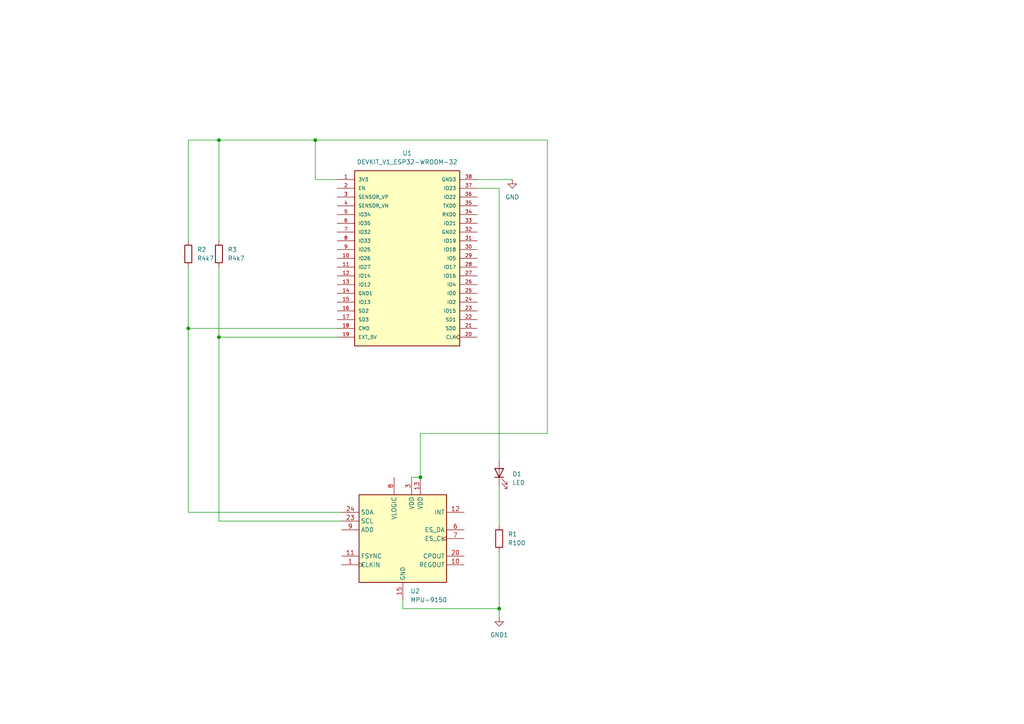
<source format=kicad_sch>
(kicad_sch (version 20230121) (generator eeschema)
  (paper "A4")
  (lib_symbols
    (symbol "DEVKIT_V1_ESP32-WROOM-32:DEVKIT_V1_ESP32-WROOM-32" (pin_names (offset 1.016))
      (property "Reference" "U" (at -15.2572 26.0643 0))
      (property "Value" "DEVKIT_V1_ESP32-WROOM-32" (at -15.2563 -27.9698 0))
      (symbol "DEVKIT_V1_ESP32-WROOM-32_0_0"
        (rectangle (start -15.24 -25.4) (end 15.24 25.4) (stroke (width 0.254)) (fill (type background)))
        (pin power_in line (at -20.32 22.86 0) (length 5.08) (name "3V3") (number "1"))
        (pin bidirectional line (at -20.32 0 0) (length 5.08) (name "IO26") (number "10"))
        (pin bidirectional line (at -20.32 -2.54 0) (length 5.08) (name "IO27") (number "11"))
        (pin bidirectional line (at -20.32 -5.08 0) (length 5.08) (name "IO14") (number "12"))
        (pin bidirectional line (at -20.32 -7.62 0) (length 5.08) (name "IO12") (number "13"))
        (pin power_in line (at -20.32 -10.16 0) (length 5.08) (name "GND1") (number "14"))
        (pin bidirectional line (at -20.32 -12.7 0) (length 5.08) (name "IO13") (number "15"))
        (pin bidirectional line (at -20.32 -15.24 0) (length 5.08) (name "SD2") (number "16"))
        (pin bidirectional line (at -20.32 -17.78 0) (length 5.08) (name "SD3") (number "17"))
        (pin bidirectional line (at -20.32 -20.32 0) (length 5.08) (name "CMD") (number "18"))
        (pin power_in line (at -20.32 -22.86 0) (length 5.08) (name "EXT_5V") (number "19"))
        (pin input line (at -20.32 20.32 0) (length 5.08) (name "EN") (number "2"))
        (pin input clock (at 20.32 -22.86 180) (length 5.08) (name "CLK") (number "20"))
        (pin bidirectional line (at 20.32 -20.32 180) (length 5.08) (name "SD0") (number "21"))
        (pin bidirectional line (at 20.32 -17.78 180) (length 5.08) (name "SD1") (number "22"))
        (pin bidirectional line (at 20.32 -15.24 180) (length 5.08) (name "IO15") (number "23"))
        (pin bidirectional line (at 20.32 -12.7 180) (length 5.08) (name "IO2") (number "24"))
        (pin bidirectional line (at 20.32 -10.16 180) (length 5.08) (name "IO0") (number "25"))
        (pin bidirectional line (at 20.32 -7.62 180) (length 5.08) (name "IO4") (number "26"))
        (pin bidirectional line (at 20.32 -5.08 180) (length 5.08) (name "IO16") (number "27"))
        (pin bidirectional line (at 20.32 -2.54 180) (length 5.08) (name "IO17") (number "28"))
        (pin bidirectional line (at 20.32 0 180) (length 5.08) (name "IO5") (number "29"))
        (pin input line (at -20.32 17.78 0) (length 5.08) (name "SENSOR_VP") (number "3"))
        (pin bidirectional line (at 20.32 2.54 180) (length 5.08) (name "IO18") (number "30"))
        (pin bidirectional line (at 20.32 5.08 180) (length 5.08) (name "IO19") (number "31"))
        (pin power_in line (at 20.32 7.62 180) (length 5.08) (name "GND2") (number "32"))
        (pin bidirectional line (at 20.32 10.16 180) (length 5.08) (name "IO21") (number "33"))
        (pin input line (at 20.32 12.7 180) (length 5.08) (name "RXD0") (number "34"))
        (pin output line (at 20.32 15.24 180) (length 5.08) (name "TXD0") (number "35"))
        (pin bidirectional line (at 20.32 17.78 180) (length 5.08) (name "IO22") (number "36"))
        (pin bidirectional line (at 20.32 20.32 180) (length 5.08) (name "IO23") (number "37"))
        (pin power_in line (at 20.32 22.86 180) (length 5.08) (name "GND3") (number "38"))
        (pin input line (at -20.32 15.24 0) (length 5.08) (name "SENSOR_VN") (number "4"))
        (pin bidirectional line (at -20.32 12.7 0) (length 5.08) (name "IO34") (number "5"))
        (pin bidirectional line (at -20.32 10.16 0) (length 5.08) (name "IO35") (number "6"))
        (pin bidirectional line (at -20.32 7.62 0) (length 5.08) (name "IO32") (number "7"))
        (pin bidirectional line (at -20.32 5.08 0) (length 5.08) (name "IO33") (number "8"))
        (pin bidirectional line (at -20.32 2.54 0) (length 5.08) (name "IO25") (number "9"))
      )
    )
    (symbol "Device:LED" (pin_numbers hide) (pin_names (offset 1.016) hide)
      (property "Reference" "D" (at 0 2.54 0))
      (property "Value" "LED" (at 0 -2.54 0))
      (symbol "LED_0_1"
        (polyline (pts (xy -1.27 -1.27) (xy -1.27 1.27)) (stroke (width 0.254)))
        (polyline (pts (xy -1.27 0) (xy 1.27 0)))
        (polyline (pts (xy 1.27 -1.27) (xy 1.27 1.27) (xy -1.27 0) (xy 1.27 -1.27)) (stroke (width 0.254)))
        (polyline (pts (xy -3.048 -0.762) (xy -4.572 -2.286) (xy -3.81 -2.286) (xy -4.572 -2.286) (xy -4.572 -1.524)))
        (polyline (pts (xy -1.778 -0.762) (xy -3.302 -2.286) (xy -2.54 -2.286) (xy -3.302 -2.286) (xy -3.302 -1.524)))
      )
      (symbol "LED_1_1"
        (pin passive line (at -3.81 0 0) (length 2.54) (name "K") (number "1"))
        (pin passive line (at 3.81 0 180) (length 2.54) (name "A") (number "2"))
      )
    )
    (symbol "Device:R" (pin_numbers hide) (pin_names (offset 0))
      (property "Reference" "R" (at 2.032 0 90))
      (property "Value" "R" (at 0 0 90))
      (symbol "R_0_1"
        (rectangle (start -1.016 -2.54) (end 1.016 2.54) (stroke (width 0.254)))
      )
      (symbol "R_1_1"
        (pin passive line (at 0 3.81 270) (length 1.27) (name "~") (number "1"))
        (pin passive line (at 0 -3.81 90) (length 1.27) (name "~") (number "2"))
      )
    )
    (symbol "Sensor_Motion:MPU-9150"
      (property "Reference" "U" (at -11.43 13.97 0))
      (property "Value" "MPU-9150" (at 8.89 -13.97 0))
      (symbol "MPU-9150_0_1"
        (rectangle (start -12.7 12.7) (end 12.7 -12.7) (stroke (width 0.254)) (fill (type background)))
      )
      (symbol "MPU-9150_1_1"
        (pin input clock (at -17.78 -7.62 0) (length 5.08) (name "CLKIN") (number "1"))
        (pin passive line (at 17.78 -7.62 180) (length 5.08) (name "REGOUT") (number "10"))
        (pin input line (at -17.78 -5.08 0) (length 5.08) (name "FSYNC") (number "11"))
        (pin output line (at 17.78 7.62 180) (length 5.08) (name "INT") (number "12"))
        (pin power_in line (at 5.08 17.78 270) (length 5.08) (name "VDD") (number "13"))
        (pin power_in line (at 0 -17.78 90) (length 5.08) (name "GND") (number "15"))
        (pin passive line (at 0 -17.78 90) (length 5.08) hide (name "GND") (number "17"))
        (pin passive line (at 0 -17.78 90) (length 5.08) hide (name "GND") (number "18"))
        (pin passive line (at 17.78 -5.08 180) (length 5.08) (name "CPOUT") (number "20"))
        (pin input line (at -17.78 5.08 0) (length 5.08) (name "SCL") (number "23"))
        (pin bidirectional line (at -17.78 7.62 0) (length 5.08) (name "SDA") (number "24"))
        (pin power_in line (at 2.54 17.78 270) (length 5.08) (name "VDD") (number "3"))
        (pin bidirectional line (at 17.78 2.54 180) (length 5.08) (name "ES_DA") (number "6"))
        (pin output clock (at 17.78 0 180) (length 5.08) (name "ES_CL") (number "7"))
        (pin power_in line (at -2.54 17.78 270) (length 5.08) (name "VLOGIC") (number "8"))
        (pin input line (at -17.78 2.54 0) (length 5.08) (name "AD0") (number "9"))
      )
    )
    (symbol "power:GND" (power) (pin_names (offset 0))
      (property "Value" "GND" (at 0 -3.81 0))
      (symbol "GND_0_1"
        (polyline (pts (xy 0 0) (xy 0 -1.27) (xy 1.27 -1.27) (xy 0 -2.54) (xy -1.27 -1.27) (xy 0 -1.27)))
      )
      (symbol "GND_1_1"
        (pin power_in line (at 0 0 270) (length 0) hide (name "GND") (number "1"))
      )
    )
    (symbol "power:GND1" (power) (pin_names (offset 0))
      (property "Value" "GND1" (at 0 -3.81 0))
      (symbol "GND1_0_1"
        (polyline (pts (xy 0 0) (xy 0 -1.27) (xy 1.27 -1.27) (xy 0 -2.54) (xy -1.27 -1.27) (xy 0 -1.27)))
      )
      (symbol "GND1_1_1"
        (pin power_in line (at 0 0 270) (length 0) hide (name "GND1") (number "1"))
      )
    )
  )
  (junction (at 121.92 138.43))
  (junction (at 91.44 40.64))
  (junction (at 63.5 40.64))
  (junction (at 144.78 176.53))
  (junction (at 54.61 95.25))
  (junction (at 63.5 97.79))
  (wire (pts (xy 158.75 40.64) (xy 91.44 40.64)))
  (wire (pts (xy 144.78 54.61) (xy 144.78 133.35)))
  (wire (pts (xy 116.84 173.99) (xy 116.84 176.53)))
  (wire (pts (xy 54.61 148.59) (xy 99.06 148.59)))
  (wire (pts (xy 54.61 40.64) (xy 63.5 40.64)))
  (wire (pts (xy 91.44 40.64) (xy 91.44 52.07)))
  (wire (pts (xy 99.06 151.13) (xy 63.5 151.13)))
  (wire (pts (xy 63.5 151.13) (xy 63.5 97.79)))
  (wire (pts (xy 97.79 95.25) (xy 54.61 95.25)))
  (wire (pts (xy 63.5 69.85) (xy 63.5 40.64)))
  (wire (pts (xy 63.5 77.47) (xy 63.5 97.79)))
  (wire (pts (xy 54.61 77.47) (xy 54.61 95.25)))
  (wire (pts (xy 116.84 176.53) (xy 144.78 176.53)))
  (wire (pts (xy 144.78 176.53) (xy 144.78 179.07)))
  (wire (pts (xy 138.43 52.07) (xy 148.59 52.07)))
  (wire (pts (xy 63.5 97.79) (xy 97.79 97.79)))
  (wire (pts (xy 144.78 140.97) (xy 144.78 152.4)))
  (wire (pts (xy 91.44 52.07) (xy 97.79 52.07)))
  (wire (pts (xy 63.5 40.64) (xy 91.44 40.64)))
  (wire (pts (xy 121.92 138.43) (xy 121.92 125.73)))
  (wire (pts (xy 119.38 138.43) (xy 121.92 138.43)))
  (wire (pts (xy 138.43 54.61) (xy 144.78 54.61)))
  (wire (pts (xy 144.78 160.02) (xy 144.78 176.53)))
  (wire (pts (xy 54.61 95.25) (xy 54.61 148.59)))
  (wire (pts (xy 121.92 125.73) (xy 158.75 125.73)))
  (wire (pts (xy 158.75 125.73) (xy 158.75 40.64)))
  (wire (pts (xy 54.61 69.85) (xy 54.61 40.64)))
  (symbol (lib_id "DEVKIT_V1_ESP32-WROOM-32:DEVKIT_V1_ESP32-WROOM-32") (at 118.11 74.93 0) (unit 1)
    (property "Reference" "U1" (at 118.11 44.45 0))
    (property "Value" "DEVKIT_V1_ESP32-WROOM-32" (at 118.11 46.99 0))
    (property "Footprint" "DEVKIT_V1_ESP32-WROOM-32:MODULE_DEVKIT_V1_ESP32-WROOM-32" (effects hide))
    (property "MF" "Espressif Systems" (effects hide))
    (property "Description" "\nWROOM-32 Development Board ESP32 ESP-32S WiFi Bluetooth Dev Module\n" (effects hide))
    (property "Package" "Package" (effects hide))
    (property "Price" "None" (effects hide))
    (property "Check_prices" "https://www.snapeda.com/parts/DEVKIT%20V1%20ESP32-WROOM-32/Espressif+Systems/view-part/?ref=eda" (effects hide))
    (property "STANDARD" "Manufacturer Recommendations" (effects hide))
    (property "PARTREV" "N/A" (effects hide))
    (property "SnapEDA_Link" "https://www.snapeda.com/parts/DEVKIT%20V1%20ESP32-WROOM-32/Espressif+Systems/view-part/?ref=snap" (effects hide))
    (property "MP" "DEVKIT V1 ESP32-WROOM-32" (effects hide))
    (property "Availability" "Not in stock" (effects hide))
    (property "MANUFACTURER" "Espressif Systems" (effects hide))
  )
  (symbol (lib_id "Device:R") (at 54.61 73.66 0) (unit 1)
    (property "Reference" "R2" (at 57.15 72.39 0) (effects (justify left)))
    (property "Value" "R4k7" (at 57.15 74.93 0) (effects (justify left)))
  )
  (symbol (lib_id "Device:R") (at 144.78 156.21 0) (unit 1)
    (property "Reference" "R1" (at 147.32 154.94 0) (effects (justify left)))
    (property "Value" "R100" (at 147.32 157.48 0) (effects (justify left)))
  )
  (symbol (lib_id "Device:R") (at 63.5 73.66 0) (unit 1)
    (property "Reference" "R3" (at 66.04 72.39 0) (effects (justify left)))
    (property "Value" "R4k7" (at 66.04 74.93 0) (effects (justify left)))
  )
  (symbol (lib_id "power:GND") (at 148.59 52.07 0) (unit 1)
    (property "Reference" "#PWR01" (effects hide))
    (property "Value" "GND" (at 148.59 57.15 0))
  )
  (symbol (lib_id "Device:LED") (at 144.78 137.16 90) (unit 1)
    (property "Reference" "D1" (at 148.59 137.4775 90) (effects (justify right)))
    (property "Value" "LED" (at 148.59 140.0175 90) (effects (justify right)))
  )
  (symbol (lib_id "power:GND1") (at 144.78 179.07 0) (unit 1)
    (property "Reference" "#PWR02" (effects hide))
    (property "Value" "GND1" (at 144.78 184.15 0))
  )
  (symbol (lib_id "Sensor_Motion:MPU-9150") (at 116.84 156.21 0) (unit 1)
    (property "Reference" "U2" (at 119.0341 171.45 0) (effects (justify left)))
    (property "Value" "MPU-9150" (at 119.0341 173.99 0) (effects (justify left)))
    (property "Footprint" "Sensor_Motion:InvenSense_QFN-24_4x4mm_P0.5mm" (effects hide))
    (property "Datasheet" "https://www.invensense.com/wp-content/uploads/2015/02/MPU-9150-Datasheet.pdf" (effects hide))
  )
)
</source>
